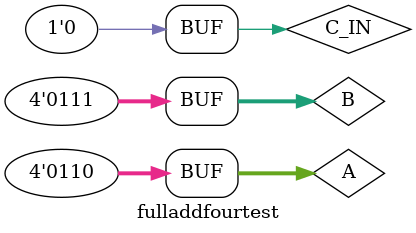
<source format=v>
module fulladdfourtest;
// Set up variables
reg [3:0] A, B;
reg C_IN;
wire [3:0] SUM;
wire C_OUT;
// Instantiate the 4-bit full adder. call it FA1_4
fulladd4 FA1_4(SUM, C_OUT, A, B, C_IN);
// Set up the monitoring for the signal values
initial
begin
$monitor($time," A= %b, B=%b, C_IN= %b, --- C_OUT= %b, SUM= %b\n",A, B, C_IN, C_OUT, SUM);
end
// Stimulate inputs
initial
begin
#10 A = 4'd0; B = 4'd0; C_IN = 1'b0;
#10 A = 4'd1; B = 4'd2;
#50 A = 4'd2; B = 4'd3;
#50 A = 4'd4; B = 4'd5;
#50 A = 4'd6; B = 4'd7;

end
endmodule
</source>
